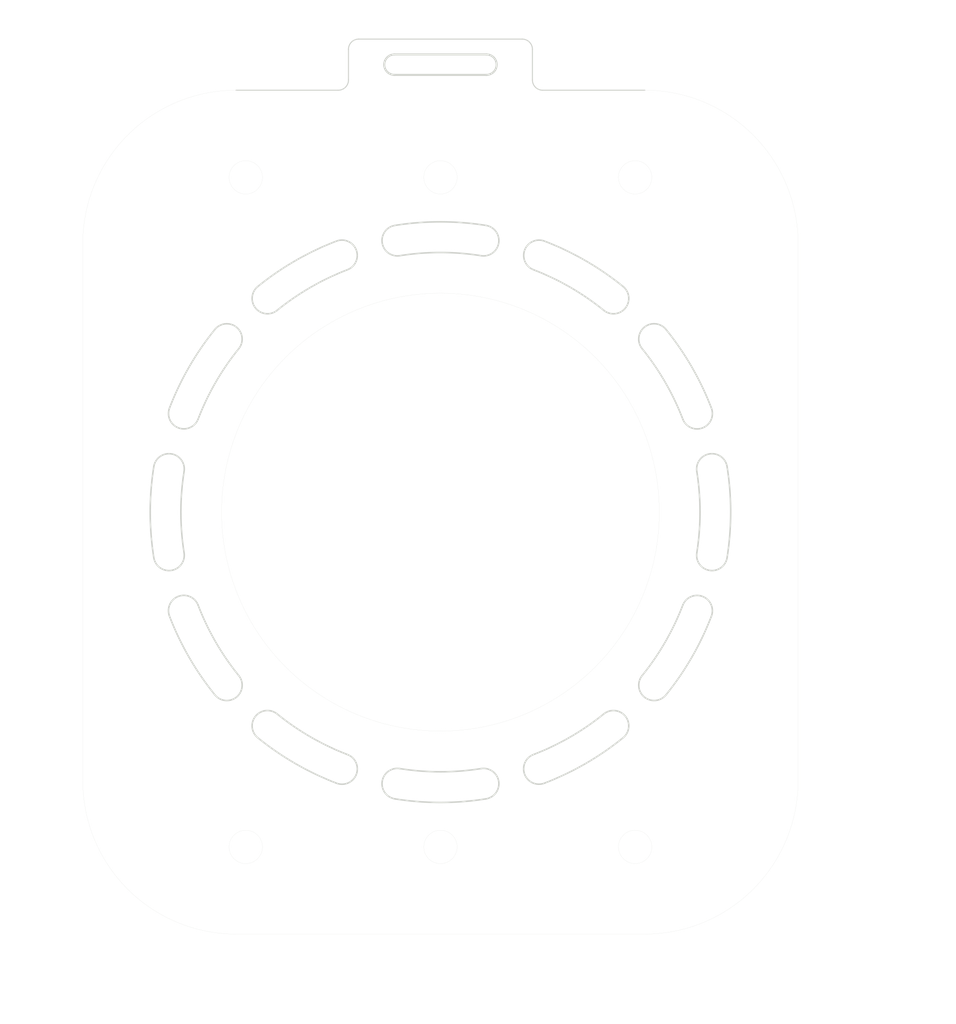
<source format=kicad_pcb>
(kicad_pcb (version 20221018) (generator pcbnew)

  (general
    (thickness 1.6)
  )

  (paper "A4")
  (layers
    (0 "F.Cu" signal)
    (31 "B.Cu" signal)
    (32 "B.Adhes" user "B.Adhesive")
    (33 "F.Adhes" user "F.Adhesive")
    (34 "B.Paste" user)
    (35 "F.Paste" user)
    (36 "B.SilkS" user "B.Silkscreen")
    (37 "F.SilkS" user "F.Silkscreen")
    (38 "B.Mask" user)
    (39 "F.Mask" user)
    (40 "Dwgs.User" user "User.Drawings")
    (41 "Cmts.User" user "User.Comments")
    (42 "Eco1.User" user "User.Eco1")
    (43 "Eco2.User" user "User.Eco2")
    (44 "Edge.Cuts" user)
    (45 "Margin" user)
    (46 "B.CrtYd" user "B.Courtyard")
    (47 "F.CrtYd" user "F.Courtyard")
    (48 "B.Fab" user)
    (49 "F.Fab" user)
    (50 "User.1" user)
    (51 "User.2" user)
    (52 "User.3" user)
    (53 "User.4" user)
    (54 "User.5" user)
    (55 "User.6" user)
    (56 "User.7" user)
    (57 "User.8" user)
    (58 "User.9" user)
  )

  (setup
    (pad_to_mask_clearance 0)
    (aux_axis_origin 75 79.999987)
    (pcbplotparams
      (layerselection 0x00010fc_ffffffff)
      (plot_on_all_layers_selection 0x0000000_00000000)
      (disableapertmacros false)
      (usegerberextensions false)
      (usegerberattributes true)
      (usegerberadvancedattributes true)
      (creategerberjobfile true)
      (dashed_line_dash_ratio 12.000000)
      (dashed_line_gap_ratio 3.000000)
      (svgprecision 4)
      (plotframeref false)
      (viasonmask false)
      (mode 1)
      (useauxorigin false)
      (hpglpennumber 1)
      (hpglpenspeed 20)
      (hpglpendiameter 15.000000)
      (dxfpolygonmode true)
      (dxfimperialunits true)
      (dxfusepcbnewfont true)
      (psnegative false)
      (psa4output false)
      (plotreference true)
      (plotvalue true)
      (plotinvisibletext false)
      (sketchpadsonfab false)
      (subtractmaskfromsilk false)
      (outputformat 1)
      (mirror false)
      (drillshape 1)
      (scaleselection 1)
      (outputdirectory "")
    )
  )

  (net 0 "")

  (gr_circle (center 75 80) (end 104 80)
    (stroke (width 0.15) (type solid)) (fill solid) (layer "F.Mask") (tstamp 38b21f1e-6bb2-4655-8272-95d7485e4db5))
  (gr_arc (start 59.015262 60.26048) (mid 62.300001 58.002943) (end 65.897454 56.287044)
    (stroke (width 0.01) (type solid)) (layer "Dwgs.User") (tstamp 000adc32-b5a5-43ab-9da3-d619a7b04c45))
  (gr_arc (start 52.929055 97.872686) (mid 50.40488 94.199987) (end 48.486316 90.177637)
    (stroke (width 0.01) (type solid)) (layer "Dwgs.User") (tstamp 00ce5b7d-d740-4a35-91eb-3f7e7dcf29b5))
  (gr_arc (start 59.015262 60.26048) (mid 56.905563 60.038741) (end 57.127301 57.929042)
    (stroke (width 0.01) (type solid)) (layer "Dwgs.User") (tstamp 04c9d7b6-d934-4533-8ec8-77c95deb622f))
  (gr_arc (start 97.070945 62.127288) (mid 99.595121 65.799987) (end 101.513684 69.822337)
    (stroke (width 0.01) (type solid)) (layer "Dwgs.User") (tstamp 05c27e25-37ae-4491-8794-3af21d5ed099))
  (gr_arc (start 90.984738 99.739494) (mid 87.7 101.997032) (end 84.102546 103.71293)
    (stroke (width 0.01) (type solid)) (layer "Dwgs.User") (tstamp 0ddcb00c-d41d-42d2-aef2-6dabfe8473a8))
  (gr_arc (start 79.442739 51.949638) (mid 80.689622 53.665823) (end 78.973435 54.912703)
    (stroke (width 0.01) (type solid)) (layer "Dwgs.User") (tstamp 0efe4e83-b8be-44a7-b1a6-049f6c27316f))
  (gr_arc (start 79.442739 108.050336) (mid 75 108.399987) (end 70.557261 108.050336)
    (stroke (width 0.01) (type solid)) (layer "Dwgs.User") (tstamp 1012120b-a599-461e-bb5c-7c534efcc4ff))
  (gr_arc (start 59.015262 60.26048) (mid 56.905563 60.038741) (end 57.127301 57.929042)
    (stroke (width 0.01) (type solid)) (layer "Dwgs.User") (tstamp 153cb90e-206a-4682-8678-f19bbcad44ff))
  (gr_arc (start 90.984738 99.739494) (mid 93.094416 99.96125) (end 92.872699 102.070932)
    (stroke (width 0.01) (type solid)) (layer "Dwgs.User") (tstamp 19889b45-d0b2-4e6d-9947-c9fadf8c2c53))
  (gr_arc (start 71.026565 54.912703) (mid 69.310381 53.665823) (end 70.557261 51.949638)
    (stroke (width 0.01) (type solid)) (layer "Dwgs.User") (tstamp 1aaf144d-5491-438e-89ba-495acef0c953))
  (gr_arc (start 85.17765 106.513671) (mid 83.23973 105.650852) (end 84.102546 103.71293)
    (stroke (width 0.01) (type solid)) (layer "Dwgs.User") (tstamp 1b645a6b-4d96-424c-b1fa-eee381d3afcf))
  (gr_arc (start 65.897454 103.71293) (mid 62.3 101.997032) (end 59.015262 99.739494)
    (stroke (width 0.01) (type solid)) (layer "Dwgs.User") (tstamp 20574809-b32e-4987-9b5e-9d936919bacd))
  (gr_arc (start 52.929055 62.127288) (mid 55.038755 61.90555) (end 55.260493 64.015249)
    (stroke (width 0.01) (type solid)) (layer "Dwgs.User") (tstamp 211af722-5208-47cd-8a68-254a42324baa))
  (gr_arc (start 97.070945 97.872686) (mid 94.961224 98.094452) (end 94.739507 95.984725)
    (stroke (width 0.01) (type solid)) (layer "Dwgs.User") (tstamp 23600683-57ae-400f-a021-e5ad95869128))
  (gr_arc (start 101.513684 90.177637) (mid 99.595121 94.199987) (end 97.070945 97.872686)
    (stroke (width 0.01) (type solid)) (layer "Dwgs.User") (tstamp 24b6f2da-5951-4104-9aea-a70a46e14dd1))
  (gr_arc (start 46.949651 84.442726) (mid 46.6 79.999987) (end 46.949651 75.557248)
    (stroke (width 0.01) (type solid)) (layer "Dwgs.User") (tstamp 270b1475-dc7a-4fdb-b854-596f180601e0))
  (gr_arc (start 55.260493 95.984725) (mid 55.038754 98.094424) (end 52.929055 97.872686)
    (stroke (width 0.01) (type solid)) (layer "Dwgs.User") (tstamp 2782a82e-29f6-40b6-b892-f7a7c0266eee))
  (gr_arc (start 48.486316 69.822337) (mid 50.40488 65.799988) (end 52.929055 62.127288)
    (stroke (width 0.01) (type solid)) (layer "Dwgs.User") (tstamp 292e4279-2aa9-4f81-9a9d-683606d66d52))
  (gr_arc (start 84.102546 56.287044) (mid 83.239747 54.349129) (end 85.17765 53.486303)
    (stroke (width 0.01) (type solid)) (layer "Dwgs.User") (tstamp 3233bd4d-cf9c-4440-81bd-39512c6d94a7))
  (gr_arc (start 90.984738 99.739494) (mid 93.094416 99.96125) (end 92.872699 102.070932)
    (stroke (width 0.01) (type solid)) (layer "Dwgs.User") (tstamp 38e32c1d-cd22-46da-ad84-3f113a892ce2))
  (gr_arc (start 57.127301 102.070932) (mid 56.905563 99.961232) (end 59.015262 99.739494)
    (stroke (width 0.01) (type solid)) (layer "Dwgs.User") (tstamp 3c694dc0-2dda-4d43-8155-0633e1f0c928))
  (gr_arc (start 65.897454 103.71293) (mid 66.760274 105.650853) (end 64.82235 106.513671)
    (stroke (width 0.01) (type solid)) (layer "Dwgs.User") (tstamp 43c50561-3c36-4761-b114-e03156d8970e))
  (gr_arc (start 46.949651 84.442726) (mid 46.6 79.999987) (end 46.949651 75.557248)
    (stroke (width 0.01) (type solid)) (layer "Dwgs.User") (tstamp 449489cb-ed60-4e4b-927b-129cec70af2d))
  (gr_arc (start 98.712943 89.102533) (mid 96.997045 92.699987) (end 94.739507 95.984725)
    (stroke (width 0.01) (type solid)) (layer "Dwgs.User") (tstamp 457af48d-3aef-4c16-a20e-7dec89424786))
  (gr_circle (center 75 80) (end 76.5 80)
    (stroke (width 0.15) (type default)) (fill none) (layer "Dwgs.User") (tstamp 4609bac7-644f-4b78-89c7-fa767daa6696))
  (gr_arc (start 85.17765 53.486303) (mid 89.2 55.404866) (end 92.872699 57.929042)
    (stroke (width 0.01) (type solid)) (layer "Dwgs.User") (tstamp 4cb44b54-e1d4-499e-ad94-44445e6a1966))
  (gr_arc (start 55.260493 95.984725) (mid 53.002955 92.699987) (end 51.287057 89.102533)
    (stroke (width 0.01) (type solid)) (layer "Dwgs.User") (tstamp 4f9ed333-192c-45ea-b9a9-6840d438c51e))
  (gr_arc (start 100.087284 76.026552) (mid 101.334162 74.310354) (end 103.050349 75.557248)
    (stroke (width 0.01) (type solid)) (layer "Dwgs.User") (tstamp 5362c905-aaa2-48d6-9106-31c429da9660))
  (gr_arc (start 94.739507 64.015249) (mid 94.961262 61.90557) (end 97.070945 62.127288)
    (stroke (width 0.01) (type solid)) (layer "Dwgs.User") (tstamp 541b0d32-54f9-46b0-9319-3f5d769e8176))
  (gr_arc (start 55.260493 95.984725) (mid 53.002955 92.699987) (end 51.287057 89.102533)
    (stroke (width 0.01) (type solid)) (layer "Dwgs.User") (tstamp 5ce1b558-6cd4-4a45-99d4-5b209ab6a3c4))
  (gr_arc (start 49.912716 83.973422) (mid 49.600001 79.999987) (end 49.912716 76.026552)
    (stroke (width 0.01) (type solid)) (layer "Dwgs.User") (tstamp 5e130282-d995-48ff-b64b-927eebf39b7a))
  (gr_arc (start 71.026565 54.912703) (mid 75 54.599987) (end 78.973435 54.912703)
    (stroke (width 0.01) (type solid)) (layer "Dwgs.User") (tstamp 629b7c24-9890-4fe5-ac2e-8146c495b044))
  (gr_arc (start 79.442739 108.050336) (mid 75 108.399987) (end 70.557261 108.050336)
    (stroke (width 0.01) (type solid)) (layer "Dwgs.User") (tstamp 640b6e0f-7d9e-4d5f-b75a-60c6142e037d))
  (gr_arc (start 94.739507 64.015249) (mid 96.997045 67.299987) (end 98.712943 70.897441)
    (stroke (width 0.01) (type solid)) (layer "Dwgs.User") (tstamp 6a4d190c-bd84-4e99-ad21-dd82b319b6ba))
  (gr_arc (start 46.949651 75.557248) (mid 48.665836 74.310365) (end 49.912716 76.026552)
    (stroke (width 0.01) (type solid)) (layer "Dwgs.User") (tstamp 6a9c1852-386a-4239-a9b8-99e82f33de84))
  (gr_arc (start 70.557261 51.949638) (mid 75 51.599987) (end 79.442739 51.949638)
    (stroke (width 0.01) (type solid)) (layer "Dwgs.User") (tstamp 6aa5cb17-c55e-4aab-a3c9-af78072593ba))
  (gr_arc (start 78.973435 105.087271) (mid 80.689619 106.334151) (end 79.442739 108.050336)
    (stroke (width 0.01) (type solid)) (layer "Dwgs.User") (tstamp 741c5744-9a53-46f7-8960-a9aee4f58dc1))
  (gr_arc (start 70.557261 108.050336) (mid 69.310378 106.334151) (end 71.026565 105.087271)
    (stroke (width 0.01) (type solid)) (layer "Dwgs.User") (tstamp 7662ccc6-191f-4dcb-87ae-c9a5bf9c3201))
  (gr_arc (start 101.513684 90.177637) (mid 99.595121 94.199987) (end 97.070945 97.872686)
    (stroke (width 0.01) (type solid)) (layer "Dwgs.User") (tstamp 7b69a0fe-9577-4cc5-bed0-267a0fbf8169))
  (gr_arc (start 55.260493 95.984725) (mid 55.038754 98.094424) (end 52.929055 97.872686)
    (stroke (width 0.01) (type solid)) (layer "Dwgs.User") (tstamp 7c641464-f865-4d7c-b00b-fbcb93a4d366))
  (gr_arc (start 51.287057 70.897441) (mid 53.002956 67.299988) (end 55.260493 64.015249)
    (stroke (width 0.01) (type solid)) (layer "Dwgs.User") (tstamp 83c6cd87-03db-46b4-b4b7-cca514a05fd0))
  (gr_arc (start 49.912716 83.973422) (mid 48.665836 85.689606) (end 46.949651 84.442726)
    (stroke (width 0.01) (type solid)) (layer "Dwgs.User") (tstamp 8c655a8e-a72e-44b7-b12c-2409f7d7c844))
  (gr_arc (start 51.287057 70.897441) (mid 49.349134 71.760261) (end 48.486316 69.822337)
    (stroke (width 0.01) (type solid)) (layer "Dwgs.User") (tstamp 8dd59643-b641-4bc3-8074-2bd9eadef2e9))
  (gr_rect (start 32 30) (end 120 130)
    (stroke (width 0.2) (type default)) (fill none) (layer "Dwgs.User") (tstamp 8f1147bf-3489-4c8d-8952-9a3de1b174d7))
  (gr_arc (start 65.897454 103.71293) (mid 66.760274 105.650853) (end 64.82235 106.513671)
    (stroke (width 0.01) (type solid)) (layer "Dwgs.User") (tstamp 8f13d4ae-7d64-4272-b76c-73e5a61f51ad))
  (gr_arc (start 64.82235 106.513671) (mid 60.8 104.595108) (end 57.127301 102.070932)
    (stroke (width 0.01) (type solid)) (layer "Dwgs.User") (tstamp 909a4270-21c2-47fd-89b7-dd682c775eb8))
  (gr_arc (start 49.912716 83.973422) (mid 49.600001 79.999987) (end 49.912716 76.026552)
    (stroke (width 0.01) (type solid)) (layer "Dwgs.User") (tstamp 9280ce1e-0341-45f0-ac62-18fa587d5144))
  (gr_arc (start 98.712943 89.102533) (mid 100.650856 88.239739) (end 101.513684 90.177637)
    (stroke (width 0.01) (type solid)) (layer "Dwgs.User") (tstamp 957a1535-282a-4fe3-a75b-dd368b03009c))
  (gr_arc (start 48.486316 69.822337) (mid 50.40488 65.799988) (end 52.929055 62.127288)
    (stroke (width 0.01) (type solid)) (layer "Dwgs.User") (tstamp 9cace815-3f70-4136-b266-3ffa3df83852))
  (gr_arc (start 103.050349 75.557248) (mid 103.4 79.999987) (end 103.050349 84.442726)
    (stroke (width 0.01) (type solid)) (layer "Dwgs.User") (tstamp 9caf8cb5-05ca-4e6d-93ab-a6f8db5e8590))
  (gr_arc (start 46.949651 75.557248) (mid 48.665836 74.310365) (end 49.912716 76.026552)
    (stroke (width 0.01) (type solid)) (layer "Dwgs.User") (tstamp a0480258-2bb7-4e9b-a2c2-e17414281b50))
  (gr_arc (start 101.513684 69.822337) (mid 100.650873 71.760281) (end 98.712943 70.897441)
    (stroke (width 0.01) (type solid)) (layer "Dwgs.User") (tstamp a5b96c90-fac5-4e9a-b716-98010822af5e))
  (gr_arc (start 100.087284 76.026552) (mid 100.4 79.999987) (end 100.087284 83.973422)
    (stroke (width 0.01) (type solid)) (layer "Dwgs.User") (tstamp af588bdc-4cbe-47b5-9899-1ff353a4bd57))
  (gr_arc (start 57.127301 102.070932) (mid 56.905563 99.961232) (end 59.015262 99.739494)
    (stroke (width 0.01) (type solid)) (layer "Dwgs.User") (tstamp b1dc1271-47d4-4b07-b95e-e573996bff90))
  (gr_arc (start 92.872699 102.070932) (mid 89.2 104.595108) (end 85.17765 106.513671)
    (stroke (width 0.01) (type solid)) (layer "Dwgs.User") (tstamp b1e232ed-a30f-420c-8afb-b5e2168c50a8))
  (gr_arc (start 78.973435 105.087271) (mid 75 105.399987) (end 71.026565 105.087271)
    (stroke (width 0.01) (type solid)) (layer "Dwgs.User") (tstamp b45bcd47-ec43-460e-b99f-be25b387de8a))
  (gr_circle (center 75 79.999987) (end 96.4 79.999987)
    (stroke (width 0.01) (type solid)) (fill none) (layer "Dwgs.User") (tstamp b801108e-4be9-4775-b345-eee729b58a59))
  (gr_arc (start 48.486316 90.177637) (mid 49.349134 88.239715) (end 51.287057 89.102533)
    (stroke (width 0.01) (type solid)) (layer "Dwgs.User") (tstamp ba9c6359-1004-43d0-b86f-cdcc1e632602))
  (gr_arc (start 85.17765 106.513671) (mid 83.23973 105.650852) (end 84.102546 103.71293)
    (stroke (width 0.01) (type solid)) (layer "Dwgs.User") (tstamp bbb01518-8160-4a0e-9eb8-8f52214a457d))
  (gr_arc (start 84.102546 56.287044) (mid 83.239747 54.349129) (end 85.17765 53.486303)
    (stroke (width 0.01) (type solid)) (layer "Dwgs.User") (tstamp bd71cc42-466b-4687-b5d3-d03ba5cabf82))
  (gr_arc (start 52.929055 97.872686) (mid 50.40488 94.199987) (end 48.486316 90.177637)
    (stroke (width 0.01) (type solid)) (layer "Dwgs.User") (tstamp beae80ad-dd15-460d-aaee-320d7e2642e0))
  (gr_arc (start 70.557261 51.949638) (mid 75 51.599987) (end 79.442739 51.949638)
    (stroke (width 0.01) (type solid)) (layer "Dwgs.User") (tstamp bee862bd-5d4e-4789-a5af-ea55c6d8148c))
  (gr_arc (start 90.984738 99.739494) (mid 87.7 101.997032) (end 84.102546 103.71293)
    (stroke (width 0.01) (type solid)) (layer "Dwgs.User") (tstamp c2f07309-ddb9-4140-8ca3-f99a545d1661))
  (gr_arc (start 103.050349 84.442726) (mid 101.334166 85.689599) (end 100.087284 83.973422)
    (stroke (width 0.01) (type solid)) (layer "Dwgs.User") (tstamp c3b20831-e52a-4c4f-8d7b-28f7f66c09fb))
  (gr_arc (start 64.82235 53.486303) (mid 66.760272 54.349121) (end 65.897454 56.287044)
    (stroke (width 0.01) (type solid)) (layer "Dwgs.User") (tstamp c486d4b9-7571-436f-bda4-8f2f96c29986))
  (gr_arc (start 92.872699 102.070932) (mid 89.2 104.595108) (end 85.17765 106.513671)
    (stroke (width 0.01) (type solid)) (layer "Dwgs.User") (tstamp c6d423aa-2864-4968-9d41-404cdfc812ed))
  (gr_arc (start 52.929055 62.127288) (mid 55.038755 61.90555) (end 55.260493 64.015249)
    (stroke (width 0.01) (type solid)) (layer "Dwgs.User") (tstamp c6ed573e-6229-4f40-9319-a69a0b077cc3))
  (gr_arc (start 49.912716 83.973422) (mid 48.665836 85.689606) (end 46.949651 84.442726)
    (stroke (width 0.01) (type solid)) (layer "Dwgs.User") (tstamp c719aea7-93ce-4a0a-b322-77e1c26ac304))
  (gr_arc (start 59.015262 60.26048) (mid 62.300001 58.002943) (end 65.897454 56.287044)
    (stroke (width 0.01) (type solid)) (layer "Dwgs.User") (tstamp cd458ca6-eaad-4da0-b893-c4f9ba643b77))
  (gr_arc (start 48.486316 90.177637) (mid 49.349134 88.239715) (end 51.287057 89.102533)
    (stroke (width 0.01) (type solid)) (layer "Dwgs.User") (tstamp d0a78774-e364-4556-80b5-ff71aa6a84ba))
  (gr_arc (start 65.897454 103.71293) (mid 62.3 101.997032) (end 59.015262 99.739494)
    (stroke (width 0.01) (type solid)) (layer "Dwgs.User") (tstamp d68916f1-133e-4942-8a92-49ad6c687046))
  (gr_arc (start 92.872699 57.929042) (mid 93.094462 60.038762) (end 90.984738 60.26048)
    (stroke (width 0.01) (type solid)) (layer "Dwgs.User") (tstamp d85a795a-63f5-484f-8f97-bc994aae23f4))
  (gr_arc (start 78.973435 105.087271) (mid 75 105.399987) (end 71.026565 105.087271)
    (stroke (width 0.01) (type solid)) (layer "Dwgs.User") (tstamp da8c0edd-7937-4871-b6cb-f2a6c58c3d01))
  (gr_arc (start 64.82235 106.513671) (mid 60.8 104.595108) (end 57.127301 102.070932)
    (stroke (width 0.01) (type solid)) (layer "Dwgs.User") (tstamp dcb09f1e-861f-43b9-8672-fa971e03d719))
  (gr_arc (start 71.026565 54.912703) (mid 75 54.599987) (end 78.973435 54.912703)
    (stroke (width 0.01) (type solid)) (layer "Dwgs.User") (tstamp e1eb9856-a913-4c20-8fca-68ba0b70df52))
  (gr_arc (start 57.127301 57.929042) (mid 60.800001 55.404867) (end 64.82235 53.486303)
    (stroke (width 0.01) (type solid)) (layer "Dwgs.User") (tstamp e200cfa6-5cae-47ed-9cea-19dca7e2ba32))
  (gr_arc (start 64.82235 53.486303) (mid 66.760272 54.349121) (end 65.897454 56.287044)
    (stroke (width 0.01) (type solid)) (layer "Dwgs.User") (tstamp e20ab81d-3e17-4155-88fc-19416388011e))
  (gr_arc (start 51.287057 70.897441) (mid 53.002956 67.299988) (end 55.260493 64.015249)
    (stroke (width 0.01) (type solid)) (layer "Dwgs.User") (tstamp e31e0723-b6ce-4bf2-adeb-71558f1eb4b7))
  (gr_arc (start 97.070945 97.872686) (mid 94.961224 98.094452) (end 94.739507 95.984725)
    (stroke (width 0.01) (type solid)) (layer "Dwgs.User") (tstamp e98eec50-0565-4ce2-a8a9-9c4a88621bdb))
  (gr_arc (start 84.102546 56.287044) (mid 87.7 58.002942) (end 90.984738 60.26048)
    (stroke (width 0.01) (type solid)) (layer "Dwgs.User") (tstamp eb14857a-bc9b-43dc-9745-de0ad6fb281f))
  (gr_arc (start 57.127301 57.929042) (mid 60.800001 55.404867) (end 64.82235 53.486303)
    (stroke (width 0.01) (type solid)) (layer "Dwgs.User") (tstamp ee9a7051-f73a-40c6-8203-abcabc2bdee3))
  (gr_arc (start 70.557261 108.050336) (mid 69.310378 106.334151) (end 71.026565 105.087271)
    (stroke (width 0.01) (type solid)) (layer "Dwgs.User") (tstamp f680c1fe-52ec-4d3c-bbbb-0b1f71e90ab3))
  (gr_arc (start 98.712943 89.102533) (mid 100.650856 88.239739) (end 101.513684 90.177637)
    (stroke (width 0.01) (type solid)) (layer "Dwgs.User") (tstamp f6b4b296-6294-4aba-8c0a-1654771b8a06))
  (gr_arc (start 71.026565 54.912703) (mid 69.310381 53.665823) (end 70.557261 51.949638)
    (stroke (width 0.01) (type solid)) (layer "Dwgs.User") (tstamp f81f6f5e-18d5-4467-9a86-360bb6e95a2e))
  (gr_arc (start 51.287057 70.897441) (mid 49.349134 71.760261) (end 48.486316 69.822337)
    (stroke (width 0.01) (type solid)) (layer "Dwgs.User") (tstamp fa0ce473-4525-4a73-9284-0b2f8ff230ba))
  (gr_arc (start 78.973435 105.087271) (mid 80.689619 106.334151) (end 79.442739 108.050336)
    (stroke (width 0.01) (type solid)) (layer "Dwgs.User") (tstamp fc63993a-8d01-43a1-addd-ea8d8c1f200d))
  (gr_arc (start 98.712943 89.102533) (mid 96.997045 92.699987) (end 94.739507 95.984725)
    (stroke (width 0.01) (type solid)) (layer "Dwgs.User") (tstamp fe3ed5c0-fa1c-4d54-922f-e5cbafcb6516))
  (gr_arc (start 55.260498 95.984749) (mid 55.038769 98.09446) (end 52.929062 97.87271)
    (stroke (width 0.15) (type default)) (layer "Edge.Cuts") (tstamp 103a4b5e-05e9-48b9-a0db-54f2d8debce0))
  (gr_line (start 66 37.724987) (end 66 34.724987)
    (stroke (width 0.1) (type default)) (layer "Edge.Cuts") (tstamp 10b7f04d-c0d3-4ce2-8f2c-15795af31fd2))
  (gr_arc (start 94.739502 64.015251) (mid 94.961231 61.90554) (end 97.070938 62.12729)
    (stroke (width 0.15) (type default)) (layer "Edge.Cuts") (tstamp 140e28f1-6b4e-4695-85c0-c8542ef0d2b4))
  (gr_arc (start 79.5 35.224987) (mid 80.5 36.224987) (end 79.5 37.224987)
    (stroke (width 0.2) (type default)) (layer "Edge.Cuts") (tstamp 1ab4903c-bcbb-4193-ae51-89e670b3771c))
  (gr_arc (start 92.872688 57.929048) (mid 93.09442 60.038743) (end 90.984726 60.260486)
    (stroke (width 0.15) (type default)) (layer "Edge.Cuts") (tstamp 21d3bd93-a87b-40b2-b021-aa718d38232a))
  (gr_arc (start 70.5 37.224987) (mid 69.5 36.224987) (end 70.5 35.224987)
    (stroke (width 0.2) (type default)) (layer "Edge.Cuts") (tstamp 279a24f4-6839-4e8d-8c72-26b64051c98e))
  (gr_arc (start 49.912715 83.973448) (mid 48.665837 85.689646) (end 46.949652 84.442752)
    (stroke (width 0.15) (type default)) (layer "Edge.Cuts") (tstamp 2bb795da-e06a-44d6-889f-f23fd52a283c))
  (gr_arc (start 65.897464 103.71295) (mid 66.760297 105.650877) (end 64.822362 106.51369)
    (stroke (width 0.15) (type default)) (layer "Edge.Cuts") (tstamp 350f04ac-c36e-4543-b736-8920fd665b26))
  (gr_line (start 55 121.274987) (end 95 121.274987)
    (stroke (width 0.01) (type solid)) (layer "Edge.Cuts") (tstamp 390b62e2-76d0-4f21-b912-717c3e71108d))
  (gr_arc (start 85.177639 53.486309) (mid 89.199989 55.404872) (end 92.872688 57.929048)
    (stroke (width 0.15) (type default)) (layer "Edge.Cuts") (tstamp 3be0a517-af31-4fd4-9832-cc4459416c5a))
  (gr_arc (start 57.127312 102.070952) (mid 56.90558 99.961257) (end 59.015274 99.739514)
    (stroke (width 0.15) (type default)) (layer "Edge.Cuts") (tstamp 3f75cacc-3abe-402b-9ab5-b40176fa7c1d))
  (gr_arc (start 48.486322 90.177661) (mid 49.349144 88.239745) (end 51.287064 89.102558)
    (stroke (width 0.15) (type default)) (layer "Edge.Cuts") (tstamp 3fe82882-4ab8-474f-8642-04d71adf5b2f))
  (gr_arc (start 59.015251 60.260499) (mid 62.299988 58.002962) (end 65.897442 56.287064)
    (stroke (width 0.15) (type default)) (layer "Edge.Cuts") (tstamp 4bdf7bf2-756a-49d6-b662-d3adfb8f541c))
  (gr_arc (start 65.897465 103.712949) (mid 62.300011 101.997052) (end 59.015274 99.739514)
    (stroke (width 0.15) (type default)) (layer "Edge.Cuts") (tstamp 4ff78c96-7ee9-4867-9225-74d89c0f9861))
  (gr_arc (start 84.102535 56.287051) (mid 87.699989 58.002948) (end 90.984726 60.260486)
    (stroke (width 0.15) (type default)) (layer "Edge.Cuts") (tstamp 51fa9687-95f1-4225-a070-6d2ea59bd6fe))
  (gr_arc (start 55 121.274987) (mid 44.393399 116.881589) (end 40 106.274987)
    (stroke (width 0.01) (type solid)) (layer "Edge.Cuts") (tstamp 52dac075-7ec4-4b79-9211-e4879cb9a264))
  (gr_arc (start 51.287051 70.897465) (mid 53.002948 67.300011) (end 55.260486 64.015274)
    (stroke (width 0.15) (type default)) (layer "Edge.Cuts") (tstamp 52f6fa3b-0c23-439e-8611-5d68a59e132f))
  (gr_arc (start 100.087285 76.026552) (mid 101.334163 74.310354) (end 103.050348 75.557248)
    (stroke (width 0.15) (type default)) (layer "Edge.Cuts") (tstamp 5dc2dabe-8761-4242-baeb-10eb7d9b9ce6))
  (gr_arc (start 110 106.274987) (mid 105.606603 116.881589) (end 95 121.274987)
    (stroke (width 0.01) (type solid)) (layer "Edge.Cuts") (tstamp 626e6271-69c7-443c-8ed1-2aa1ae549820))
  (gr_arc (start 40 53.724987) (mid 44.393398 43.118386) (end 55 38.724987)
    (stroke (width 0.01) (type solid)) (layer "Edge.Cuts") (tstamp 69fa87d0-4002-4b8a-b0d1-5952237938fd))
  (gr_arc (start 70.557274 108.050349) (mid 69.310401 106.334166) (end 71.026578 105.087284)
    (stroke (width 0.15) (type default)) (layer "Edge.Cuts") (tstamp 6d2ba4aa-2ccc-4017-ad5e-dddbcc808a6d))
  (gr_arc (start 51.28705 70.897464) (mid 49.349123 71.760297) (end 48.48631 69.822362)
    (stroke (width 0.15) (type default)) (layer "Edge.Cuts") (tstamp 6ed18205-1ad6-4813-9726-c7fa050866bc))
  (gr_arc (start 79.442752 108.050349) (mid 75.000013 108.4) (end 70.557274 108.050349)
    (stroke (width 0.15) (type default)) (layer "Edge.Cuts") (tstamp 701c30fb-b2d9-4217-bcad-dab51eef5dda))
  (gr_arc (start 52.929048 62.127312) (mid 55.038743 61.90558) (end 55.260486 64.015274)
    (stroke (width 0.15) (type default)) (layer "Edge.Cuts") (tstamp 7679dff4-7145-41fe-8f61-a63895c3dc99))
  (gr_arc (start 78.973448 105.087284) (mid 75.000013 105.4) (end 71.026578 105.087284)
    (stroke (width 0.15) (type default)) (layer "Edge.Cuts") (tstamp 788a8216-814e-4d46-a252-1f80dcc3551d))
  (gr_arc (start 57.12729 57.929061) (mid 60.799989 55.404885) (end 64.822339 53.486322)
    (stroke (width 0.15) (type default)) (layer "Edge.Cuts") (tstamp 796fcfd3-66ea-4f6f-befc-3f6316314d95))
  (gr_circle (center 75 79.999987) (end 96.42 79.999987)
    (stroke (width 0.01) (type solid)) (fill none) (layer "Edge.Cuts") (tstamp 7c2954b1-b4a1-41cc-b17b-f4a4d6e3fdbc))
  (gr_circle (center 94.05 47.249987) (end 95.68195 47.249987)
    (stroke (width 0.01) (type solid)) (fill none) (layer "Edge.Cuts") (tstamp 7f23e60b-b0db-4433-897e-5be8c1346751))
  (gr_arc (start 71.026552 54.912715) (mid 69.310354 53.665837) (end 70.557248 51.949652)
    (stroke (width 0.15) (type default)) (layer "Edge.Cuts") (tstamp 86c11659-bbd4-4d89-9ba9-74f1793e22b5))
  (gr_arc (start 66 37.724987) (mid 65.707107 38.432094) (end 65 38.724987)
    (stroke (width 0.1) (type default)) (layer "Edge.Cuts") (tstamp 8726dec4-d300-4c88-aff6-d3ca3d86d7f1))
  (gr_line (start 40 53.724987) (end 40 106.274987)
    (stroke (width 0.01) (type solid)) (layer "Edge.Cuts") (tstamp 874469dd-4189-4db6-aa82-678b4e4ab705))
  (gr_arc (start 101.513691 90.177639) (mid 99.595128 94.199989) (end 97.070952 97.872688)
    (stroke (width 0.15) (type default)) (layer "Edge.Cuts") (tstamp 8a42c673-6713-47d8-83ac-43cff65f3754))
  (gr_arc (start 48.486309 69.822361) (mid 50.404872 65.800011) (end 52.929048 62.127312)
    (stroke (width 0.15) (type default)) (layer "Edge.Cuts") (tstamp 925e05f5-62a4-43c0-b9ff-d3c3ab942268))
  (gr_line (start 79.5 37.224987) (end 70.5 37.224987)
    (stroke (width 0.2) (type default)) (layer "Edge.Cuts") (tstamp 968393a1-7b62-4f20-b96f-f21b605f9050))
  (gr_arc (start 71.026552 54.912716) (mid 74.999987 54.6) (end 78.973422 54.912716)
    (stroke (width 0.15) (type default)) (layer "Edge.Cuts") (tstamp 987865f1-f14f-436b-9d16-da2d51767ae9))
  (gr_line (start 67 33.724987) (end 83 33.724987)
    (stroke (width 0.1) (type default)) (layer "Edge.Cuts") (tstamp 9a8d08b4-4b60-47db-b3f1-7182d2af5c90))
  (gr_arc (start 46.949651 75.557274) (mid 48.665834 74.310401) (end 49.912716 76.026578)
    (stroke (width 0.15) (type default)) (layer "Edge.Cuts") (tstamp 9c1bd999-e3dc-4b70-830c-385817ee2251))
  (gr_arc (start 79.442726 51.949651) (mid 80.689599 53.665834) (end 78.973422 54.912716)
    (stroke (width 0.15) (type default)) (layer "Edge.Cuts") (tstamp 9f11de23-c2a5-4a2c-90aa-5c6a2964ab67))
  (gr_arc (start 55.260499 95.984749) (mid 53.002962 92.700012) (end 51.287064 89.102558)
    (stroke (width 0.15) (type default)) (layer "Edge.Cuts") (tstamp 9f7af99a-1f1e-4784-8e5d-3583deaebd86))
  (gr_arc (start 103.050349 84.442726) (mid 101.334166 85.689599) (end 100.087284 83.973422)
    (stroke (width 0.15) (type default)) (layer "Edge.Cuts") (tstamp a09f57a5-63d3-4427-84f5-593b73459fba))
  (gr_arc (start 90.984749 99.739502) (mid 93.09446 99.961231) (end 92.87271 102.070938)
    (stroke (width 0.15) (type default)) (layer "Edge.Cuts") (tstamp a24db5c5-c947-40f8-99f3-8002a281e6a2))
  (gr_arc (start 98.71295 89.102536) (mid 100.650877 88.239703) (end 101.51369 90.177638)
    (stroke (width 0.15) (type default)) (layer "Edge.Cuts") (tstamp ab98e743-7ea0-4e4d-bf54-56bb030089d8))
  (gr_line (start 65 38.724987) (end 55 38.724987)
    (stroke (width 0.1) (type default)) (layer "Edge.Cuts") (tstamp b62ccfdc-53a9-431c-b774-4bb67dde463a))
  (gr_arc (start 97.070952 97.872688) (mid 94.961257 98.09442) (end 94.739514 95.984726)
    (stroke (width 0.15) (type default)) (layer "Edge.Cuts") (tstamp b7a512b0-7320-41c3-a55b-01a4916cbcad))
  (gr_line (start 84 34.724987) (end 84 37.724987)
    (stroke (width 0.1) (type default)) (layer "Edge.Cuts") (tstamp b9557be3-6212-4a25-937e-7cb7b0486863))
  (gr_arc (start 46.949651 84.442752) (mid 46.6 80.000013) (end 46.949651 75.557274)
    (stroke (width 0.15) (type default)) (layer "Edge.Cuts") (tstamp badf69c1-aa75-49c0-aeb8-99e2c60e10d2))
  (gr_circle (center 75 47.249987) (end 76.63195 47.249987)
    (stroke (width 0.01) (type solid)) (fill none) (layer "Edge.Cuts") (tstamp bcf49c9f-85d6-4324-ac6a-9e62903d92b6))
  (gr_arc (start 85 38.724987) (mid 84.292893 38.432094) (end 84 37.724987)
    (stroke (width 0.1) (type default)) (layer "Edge.Cuts") (tstamp bd1609df-a5e7-4ae7-ba55-db29a9a40c83))
  (gr_circle (center 55.95 112.749987) (end 57.58195 112.749987)
    (stroke (width 0.01) (type solid)) (fill none) (layer "Edge.Cuts") (tstamp bd72a6b9-da0d-471c-b11e-0403129732b5))
  (gr_line (start 70.5 35.224987) (end 79.5 35.224987)
    (stroke (width 0.2) (type default)) (layer "Edge.Cuts") (tstamp bebc80cb-66e7-42c3-9468-3648d2576dd1))
  (gr_arc (start 103.050349 75.557248) (mid 103.4 79.999987) (end 103.050349 84.442726)
    (stroke (width 0.15) (type default)) (layer "Edge.Cuts") (tstamp c1469f10-fd70-4842-b860-aab804b59184))
  (gr_arc (start 92.87271 102.070939) (mid 89.200011 104.595115) (end 85.177661 106.513678)
    (stroke (width 0.15) (type default)) (layer "Edge.Cuts") (tstamp c1c94bd6-e4b4-479a-a630-6e21b7dbb410))
  (gr_arc (start 100.087284 76.026552) (mid 100.4 79.999987) (end 100.087284 83.973422)
    (stroke (width 0.15) (type default)) (layer "Edge.Cuts") (tstamp c2a2be99-07c7-41bc-b579-965da5683097))
  (gr_line (start 110 106.274987) (end 110 53.724987)
    (stroke (width 0.01) (type solid)) (layer "Edge.Cuts") (tstamp c769103e-2f4c-4b51-a2dc-bd024e60ce7e))
  (gr_circle (center 55.95 47.249987) (end 57.58195 47.249987)
    (stroke (width 0.01) (type solid)) (fill none) (layer "Edge.Cuts") (tstamp ca3cb456-6223-47de-a53d-5d67f728202b))
  (gr_arc (start 83 33.724987) (mid 83.707107 34.01788) (end 84 34.724987)
    (stroke (width 0.1) (type default)) (layer "Edge.Cuts") (tstamp ca6dcbb6-1f15-43e1-a0fc-5f0967a505fe))
  (gr_arc (start 52.929061 97.87271) (mid 50.404885 94.200011) (end 48.486322 90.177661)
    (stroke (width 0.15) (type default)) (layer "Edge.Cuts") (tstamp cc7ffb83-a194-4cec-a116-1a9113172a93))
  (gr_arc (start 84.102536 56.28705) (mid 83.239703 54.349123) (end 85.177638 53.48631)
    (stroke (width 0.15) (type default)) (layer "Edge.Cuts") (tstamp d06031f7-063a-4572-8918-852c7743134c))
  (gr_arc (start 97.070939 62.12729) (mid 99.595115 65.799989) (end 101.513678 69.822339)
    (stroke (width 0.15) (type default)) (layer "Edge.Cuts") (tstamp d0ec54ee-bd1a-4e4d-b7b7-43ac28b1d609))
  (gr_arc (start 64.822339 53.486322) (mid 66.760255 54.349144) (end 65.897442 56.287064)
    (stroke (width 0.15) (type default)) (layer "Edge.Cuts") (tstamp da485cbe-ac6d-44b6-9030-e2851bc12922))
  (gr_arc (start 95 38.724987) (mid 105.606602 43.118385) (end 110 53.724987)
    (stroke (width 0.01) (type solid)) (layer "Edge.Cuts") (tstamp da5e6044-a963-410a-ab9e-395eeb86a16c))
  (gr_arc (start 64.822361 106.513691) (mid 60.800011 104.595128) (end 57.127312 102.070952)
    (stroke (width 0.15) (type default)) (layer "Edge.Cuts") (tstamp deefcaea-95fd-4a58-af5b-40164a850474))
  (gr_arc (start 59.015251 60.260498) (mid 56.90554 60.038769) (end 57.12729 57.929062)
    (stroke (width 0.15) (type default)) (layer "Edge.Cuts") (tstamp e1e9672b-a39b-4f9b-a813-5e8f72cf0c47))
  (gr_arc (start 78.973448 105.087285) (mid 80.689646 106.334163) (end 79.442752 108.050348)
    (stroke (width 0.15) (type default)) (layer "Edge.Cuts") (tstamp e1fbc7eb-206f-4429-be62-828034a7bd82))
  (gr_arc (start 49.912716 83.973448) (mid 49.6 80.000013) (end 49.912716 76.026578)
    (stroke (width 0.15) (type default)) (layer "Edge.Cuts") (tstamp e29d5488-24e4-4292-987b-9739032e0464))
  (gr_circle (center 94.05 112.749987) (end 95.68195 112.749987)
    (stroke (width 0.01) (type solid)) (fill none) (layer "Edge.Cuts") (tstamp e31eeff0-7f99-40a7-9ad0-ffbf01090198))
  (gr_arc (start 66 34.724987) (mid 66.292893 34.01788) (end 67 33.724987)
    (stroke (width 0.1) (type default)) (layer "Edge.Cuts") (tstamp e7949501-3d05-4280-bf88-3271fb21dbc5))
  (gr_arc (start 98.712949 89.102535) (mid 96.997052 92.699989) (end 94.739514 95.984726)
    (stroke (width 0.15) (type default)) (layer "Edge.Cuts") (tstamp e813fdbf-f49d-4d25-8e4c-2bb531205d3e))
  (gr_circle (center 75 112.749987) (end 76.63195 112.749987)
    (stroke (width 0.01) (type solid)) (fill none) (layer "Edge.Cuts") (tstamp e9caf7c0-b5cd-48a2-b86e-84476101e84e))
  (gr_arc (start 85.177661 106.513678) (mid 83.239745 105.650856) (end 84.102558 103.712936)
    (stroke (width 0.15) (type default)) (layer "Edge.Cuts") (tstamp ea6064fc-8f58-4954-988c-012d48db3574))
  (gr_line (start 85 38.724987) (end 95 38.724987)
    (stroke (width 0.1) (type default)) (layer "Edge.Cuts") (tstamp ee46cbc7-238a-46f5-82ea-56fafcc40ef2))
  (gr_arc (start 70.557248 51.949651) (mid 74.999987 51.6) (end 79.442726 51.949651)
    (stroke (width 0.15) (type default)) (layer "Edge.Cuts") (tstamp f5de1d5f-951f-48b6-96c1-376b27068d0b))
  (gr_arc (start 90.984749 99.739501) (mid 87.700012 101.997038) (end 84.102558 103.712936)
    (stroke (width 0.15) (type default)) (layer "Edge.Cuts") (tstamp f7c11143-fae1-4c39-8471-921193aa45ff))
  (gr_arc (start 94.739501 64.015251) (mid 96.997038 67.299988) (end 98.712936 70.897442)
    (stroke (width 0.15) (type default)) (layer "Edge.Cuts") (tstamp fb9bfd1b-28ee-4a65-95e3-af72df03e434))
  (gr_arc (start 101.513678 69.822339) (mid 100.650856 71.760255) (end 98.712936 70.897442)
    (stroke (width 0.15) (type default)) (layer "Edge.Cuts") (tstamp fd81afe2-cee3-4560-b20e-5389b1733a13))
  (gr_line (start 35 126.274987) (end 35 33.724987)
    (stroke (width 0.25) (type default)) (layer "User.4") (tstamp 04be348b-8f6e-47f9-879f-a103afa8ae0d))
  (gr_line (start 35 126.274987) (end 35 127.274987)
    (stroke (width 0.25) (type default)) (layer "User.4") (tstamp 65f41c83-63f4-4f25-b0c0-7cf04edbf996))
  (gr_line (start 35 126.274987) (end 34 126.274987)
    (stroke (width 0.25) (type default)) (layer "User.4") (tstamp 9259828e-8685-45d0-a53f-3db0ec3932ee))
  (gr_line (start 110 126.274987) (end 35 126.274987)
    (stroke (width 0.25) (type default)) (layer "User.4") (tstamp 9fa20cab-bc44-460d-a680-345b3f264c83))
  (gr_line (start 35 33.724987) (end 34 33.724987)
    (stroke (width 0.25) (type default)) (layer "User.4") (tstamp acbc2974-5557-49a1-a64b-1811cdea58d3))
  (gr_line (start 110 126.274987) (end 110 127.274987)
    (stroke (width 0.25) (type default)) (layer "User.4") (tstamp aea65f41-a031-4227-b7ff-1338eb7d39f7))
  (gr_line (start 110 126.274987) (end 110 125.274987)
    (stroke (width 0.25) (type default)) (layer "User.4") (tstamp b9657868-0eef-4eff-826b-113074eaf75a))
  (gr_line (start 35 33.724987) (end 36 33.724987)
    (stroke (width 0.25) (type default)) (layer "User.4") (tstamp df4166a3-f83d-45c1-9e5e-c9d0e9ecc19c))
  (gr_line (start 72.75 36.224987) (end 75 36.224987)
    (stroke (width 0.15) (type default)) (layer "User.6") (tstamp c0d02824-aaac-4f47-97b4-36885f1a2df2))
  (gr_line (start 75 36.224987) (end 77.25 36.224987)
    (stroke (width 0.15) (type default)) (layer "User.6") (tstamp c6906e76-b562-445a-b70f-a998fc10db05))
  (gr_text "87.550 [mm]" (at 35 33.724987) (layer "User.4") (tstamp 89193d55-42d9-4cce-87da-e1e90a401d10)
    (effects (font (size 1.5 1.5) (thickness 0.25)) (justify left bottom))
  )
  (gr_text "75.000 [mm]" (at 110 126.274987) (layer "User.4") (tstamp cad16164-b076-4459-925f-3a63661c53e6)
    (effects (font (size 1.5 1.5) (thickness 0.25)) (justify left bottom))
  )

  (group "" (id 720948e6-5602-4101-acd6-232699fa476e)
    (members
      04be348b-8f6e-47f9-879f-a103afa8ae0d
      103a4b5e-05e9-48b9-a0db-54f2d8debce0
      10b7f04d-c0d3-4ce2-8f2c-15795af31fd2
      140e28f1-6b4e-4695-85c0-c8542ef0d2b4
      1ab4903c-bcbb-4193-ae51-89e670b3771c
      21d3bd93-a87b-40b2-b021-aa718d38232a
      279a24f4-6839-4e8d-8c72-26b64051c98e
      2bb795da-e06a-44d6-889f-f23fd52a283c
      350f04ac-c36e-4543-b736-8920fd665b26
      38b21f1e-6bb2-4655-8272-95d7485e4db5
      3be0a517-af31-4fd4-9832-cc4459416c5a
      3f75cacc-3abe-402b-9ab5-b40176fa7c1d
      3fe82882-4ab8-474f-8642-04d71adf5b2f
      4bdf7bf2-756a-49d6-b662-d3adfb8f541c
      4ff78c96-7ee9-4867-9225-74d89c0f9861
      51fa9687-95f1-4225-a070-6d2ea59bd6fe
      52f6fa3b-0c23-439e-8611-5d68a59e132f
      5dc2dabe-8761-4242-baeb-10eb7d9b9ce6
      6d2ba4aa-2ccc-4017-ad5e-dddbcc808a6d
      6ed18205-1ad6-4813-9726-c7fa050866bc
      701c30fb-b2d9-4217-bcad-dab51eef5dda
      7679dff4-7145-41fe-8f61-a63895c3dc99
      788a8216-814e-4d46-a252-1f80dcc3551d
      796fcfd3-66ea-4f6f-befc-3f6316314d95
      86c11659-bbd4-4d89-9ba9-74f1793e22b5
      86ed7891-ba7b-48b9-8359-1b09b26b0ddb
      8726dec4-d300-4c88-aff6-d3ca3d86d7f1
      8a42c673-6713-47d8-83ac-43cff65f3754
      8f1147bf-3489-4c8d-8952-9a3de1b174d7
      925e05f5-62a4-43c0-b9ff-d3c3ab942268
      968393a1-7b62-4f20-b96f-f21b605f9050
      987865f1-f14f-436b-9d16-da2d51767ae9
      9a8d08b4-4b60-47db-b3f1-7182d2af5c90
      9c1bd999-e3dc-4b70-830c-385817ee2251
      9f11de23-c2a5-4a2c-90aa-5c6a2964ab67
      9f7af99a-1f1e-4784-8e5d-3583deaebd86
      9fa20cab-bc44-460d-a680-345b3f264c83
      a09f57a5-63d3-4427-84f5-593b73459fba
      a24db5c5-c947-40f8-99f3-8002a281e6a2
      ab98e743-7ea0-4e4d-bf54-56bb030089d8
      b62ccfdc-53a9-431c-b774-4bb67dde463a
      b7a512b0-7320-41c3-a55b-01a4916cbcad
      b9557be3-6212-4a25-937e-7cb7b0486863
      badf69c1-aa75-49c0-aeb8-99e2c60e10d2
      bd1609df-a5e7-4ae7-ba55-db29a9a40c83
      bebc80cb-66e7-42c3-9468-3648d2576dd1
      c0d02824-aaac-4f47-97b4-36885f1a2df2
      c1469f10-fd70-4842-b860-aab804b59184
      c1c94bd6-e4b4-479a-a630-6e21b7dbb410
      c2a2be99-07c7-41bc-b579-965da5683097
      c6906e76-b562-445a-b70f-a998fc10db05
      ca6dcbb6-1f15-43e1-a0fc-5f0967a505fe
      cc7ffb83-a194-4cec-a116-1a9113172a93
      d06031f7-063a-4572-8918-852c7743134c
      d0ec54ee-bd1a-4e4d-b7b7-43ac28b1d609
      da485cbe-ac6d-44b6-9030-e2851bc12922
      deefcaea-95fd-4a58-af5b-40164a850474
      e1e9672b-a39b-4f9b-a813-5e8f72cf0c47
      e1fbc7eb-206f-4429-be62-828034a7bd82
      e29d5488-24e4-4292-987b-9739032e0464
      e7949501-3d05-4280-bf88-3271fb21dbc5
      e813fdbf-f49d-4d25-8e4c-2bb531205d3e
      ea6064fc-8f58-4954-988c-012d48db3574
      ee46cbc7-238a-46f5-82ea-56fafcc40ef2
      f5de1d5f-951f-48b6-96c1-376b27068d0b
      f7c11143-fae1-4c39-8471-921193aa45ff
      fb9bfd1b-28ee-4a65-95e3-af72df03e434
      fd81afe2-cee3-4560-b20e-5389b1733a13
    )
  )
  (group "" (id 86ed7891-ba7b-48b9-8359-1b09b26b0ddb)
    (members
      000adc32-b5a5-43ab-9da3-d619a7b04c45
      00ce5b7d-d740-4a35-91eb-3f7e7dcf29b5
      04c9d7b6-d934-4533-8ec8-77c95deb622f
      05c27e25-37ae-4491-8794-3af21d5ed099
      0ddcb00c-d41d-42d2-aef2-6dabfe8473a8
      0efe4e83-b8be-44a7-b1a6-049f6c27316f
      1012120b-a599-461e-bb5c-7c534efcc4ff
      153cb90e-206a-4682-8678-f19bbcad44ff
      19889b45-d0b2-4e6d-9947-c9fadf8c2c53
      1aaf144d-5491-438e-89ba-495acef0c953
      1b645a6b-4d96-424c-b1fa-eee381d3afcf
      20574809-b32e-4987-9b5e-9d936919bacd
      211af722-5208-47cd-8a68-254a42324baa
      23600683-57ae-400f-a021-e5ad95869128
      24b6f2da-5951-4104-9aea-a70a46e14dd1
      270b1475-dc7a-4fdb-b854-596f180601e0
      2782a82e-29f6-40b6-b892-f7a7c0266eee
      292e4279-2aa9-4f81-9a9d-683606d66d52
      3233bd4d-cf9c-4440-81bd-39512c6d94a7
      38e32c1d-cd22-46da-ad84-3f113a892ce2
      390b62e2-76d0-4f21-b912-717c3e71108d
      3c694dc0-2dda-4d43-8155-0633e1f0c928
      43c50561-3c36-4761-b114-e03156d8970e
      449489cb-ed60-4e4b-927b-129cec70af2d
      457af48d-3aef-4c16-a20e-7dec89424786
      4cb44b54-e1d4-499e-ad94-44445e6a1966
      4f9ed333-192c-45ea-b9a9-6840d438c51e
      52dac075-7ec4-4b79-9211-e4879cb9a264
      5362c905-aaa2-48d6-9106-31c429da9660
      541b0d32-54f9-46b0-9319-3f5d769e8176
      5ce1b558-6cd4-4a45-99d4-5b209ab6a3c4
      5e130282-d995-48ff-b64b-927eebf39b7a
      626e6271-69c7-443c-8ed1-2aa1ae549820
      629b7c24-9890-4fe5-ac2e-8146c495b044
      640b6e0f-7d9e-4d5f-b75a-60c6142e037d
      69fa87d0-4002-4b8a-b0d1-5952237938fd
      6a4d190c-bd84-4e99-ad21-dd82b319b6ba
      6a9c1852-386a-4239-a9b8-99e82f33de84
      6aa5cb17-c55e-4aab-a3c9-af78072593ba
      741c5744-9a53-46f7-8960-a9aee4f58dc1
      7662ccc6-191f-4dcb-87ae-c9a5bf9c3201
      7b69a0fe-9577-4cc5-bed0-267a0fbf8169
      7c2954b1-b4a1-41cc-b17b-f4a4d6e3fdbc
      7c641464-f865-4d7c-b00b-fbcb93a4d366
      7f23e60b-b0db-4433-897e-5be8c1346751
      83c6cd87-03db-46b4-b4b7-cca514a05fd0
      874469dd-4189-4db6-aa82-678b4e4ab705
      8c655a8e-a72e-44b7-b12c-2409f7d7c844
      8dd59643-b641-4bc3-8074-2bd9eadef2e9
      8f13d4ae-7d64-4272-b76c-73e5a61f51ad
      909a4270-21c2-47fd-89b7-dd682c775eb8
      9280ce1e-0341-45f0-ac62-18fa587d5144
      957a1535-282a-4fe3-a75b-dd368b03009c
      9cace815-3f70-4136-b266-3ffa3df83852
      9caf8cb5-05ca-4e6d-93ab-a6f8db5e8590
      a0480258-2bb7-4e9b-a2c2-e17414281b50
      a5b96c90-fac5-4e9a-b716-98010822af5e
      af588bdc-4cbe-47b5-9899-1ff353a4bd57
      b1dc1271-47d4-4b07-b95e-e573996bff90
      b1e232ed-a30f-420c-8afb-b5e2168c50a8
      b45bcd47-ec43-460e-b99f-be25b387de8a
      b801108e-4be9-4775-b345-eee729b58a59
      ba9c6359-1004-43d0-b86f-cdcc1e632602
      bbb01518-8160-4a0e-9eb8-8f52214a457d
      bcf49c9f-85d6-4324-ac6a-9e62903d92b6
      bd71cc42-466b-4687-b5d3-d03ba5cabf82
      bd72a6b9-da0d-471c-b11e-0403129732b5
      beae80ad-dd15-460d-aaee-320d7e2642e0
      bee862bd-5d4e-4789-a5af-ea55c6d8148c
      c2f07309-ddb9-4140-8ca3-f99a545d1661
      c3b20831-e52a-4c4f-8d7b-28f7f66c09fb
      c486d4b9-7571-436f-bda4-8f2f96c29986
      c6d423aa-2864-4968-9d41-404cdfc812ed
      c6ed573e-6229-4f40-9319-a69a0b077cc3
      c719aea7-93ce-4a0a-b322-77e1c26ac304
      c769103e-2f4c-4b51-a2dc-bd024e60ce7e
      ca3cb456-6223-47de-a53d-5d67f728202b
      cd458ca6-eaad-4da0-b893-c4f9ba643b77
      d0a78774-e364-4556-80b5-ff71aa6a84ba
      d68916f1-133e-4942-8a92-49ad6c687046
      d85a795a-63f5-484f-8f97-bc994aae23f4
      da5e6044-a963-410a-ab9e-395eeb86a16c
      da8c0edd-7937-4871-b6cb-f2a6c58c3d01
      dcb09f1e-861f-43b9-8672-fa971e03d719
      e1eb9856-a913-4c20-8fca-68ba0b70df52
      e200cfa6-5cae-47ed-9cea-19dca7e2ba32
      e20ab81d-3e17-4155-88fc-19416388011e
      e31e0723-b6ce-4bf2-adeb-71558f1eb4b7
      e31eeff0-7f99-40a7-9ad0-ffbf01090198
      e98eec50-0565-4ce2-a8a9-9c4a88621bdb
      e9caf7c0-b5cd-48a2-b86e-84476101e84e
      eb14857a-bc9b-43dc-9745-de0ad6fb281f
      ee9a7051-f73a-40c6-8203-abcabc2bdee3
      f680c1fe-52ec-4d3c-bbbb-0b1f71e90ab3
      f6b4b296-6294-4aba-8c0a-1654771b8a06
      f81f6f5e-18d5-4467-9a86-360bb6e95a2e
      fa0ce473-4525-4a73-9284-0b2f8ff230ba
      fc63993a-8d01-43a1-addd-ea8d8c1f200d
      fe3ed5c0-fa1c-4d54-922f-e5cbafcb6516
    )
  )
)

</source>
